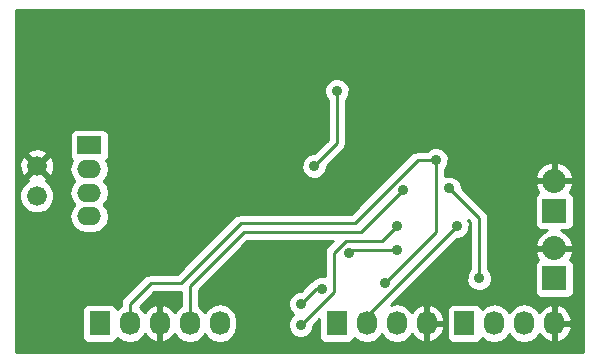
<source format=gbl>
%FSLAX34Y34*%
G04 Gerber Fmt 3.4, Leading zero omitted, Abs format*
G04 (created by PCBNEW (2014-jan-25)-product) date lör  3 maj 2014 21:13:59*
%MOIN*%
G01*
G70*
G90*
G04 APERTURE LIST*
%ADD10C,0.003937*%
%ADD11R,0.080000X0.060000*%
%ADD12O,0.080000X0.060000*%
%ADD13C,0.066000*%
%ADD14R,0.080000X0.080000*%
%ADD15O,0.080000X0.080000*%
%ADD16R,0.068000X0.080000*%
%ADD17O,0.068000X0.080000*%
%ADD18C,0.035000*%
%ADD19C,0.030000*%
%ADD20C,0.010000*%
G04 APERTURE END LIST*
G54D10*
G54D11*
X12750Y-13818D03*
G54D12*
X12750Y-14606D03*
X12750Y-15393D03*
X12750Y-16181D03*
G54D13*
X11000Y-15500D03*
X11000Y-14500D03*
G54D14*
X28250Y-18250D03*
G54D15*
X28250Y-17250D03*
G54D14*
X28250Y-16000D03*
G54D15*
X28250Y-15000D03*
G54D16*
X21000Y-19750D03*
G54D17*
X22000Y-19750D03*
X23000Y-19750D03*
X24000Y-19750D03*
G54D16*
X25250Y-19750D03*
G54D17*
X26250Y-19750D03*
X27250Y-19750D03*
X28250Y-19750D03*
G54D16*
X13100Y-19750D03*
G54D17*
X14100Y-19750D03*
X15100Y-19750D03*
X16100Y-19750D03*
X17100Y-19750D03*
G54D18*
X19600Y-17700D03*
X21400Y-15900D03*
X18100Y-17700D03*
X25750Y-14000D03*
X22250Y-14000D03*
X16750Y-11500D03*
X16750Y-11000D03*
X16000Y-11000D03*
X15500Y-11000D03*
X14750Y-11000D03*
X14750Y-11500D03*
X15500Y-11500D03*
X16000Y-11500D03*
X17000Y-16250D03*
X16500Y-16250D03*
X16000Y-16250D03*
X15500Y-16000D03*
X21000Y-12000D03*
X20250Y-14500D03*
X25000Y-16500D03*
X24300Y-14300D03*
X22600Y-18400D03*
X25750Y-18250D03*
X24750Y-15250D03*
X20500Y-18600D03*
X19800Y-19100D03*
X23200Y-15300D03*
X23000Y-16500D03*
X19800Y-19800D03*
X21400Y-17400D03*
X23000Y-17300D03*
G54D19*
X16750Y-11000D02*
X16750Y-11500D01*
X15500Y-11000D02*
X16000Y-11000D01*
X14750Y-11500D02*
X14750Y-11000D01*
X16000Y-11500D02*
X15500Y-11500D01*
X16500Y-16250D02*
X17000Y-16250D01*
X15750Y-16250D02*
X16000Y-16250D01*
X15500Y-16000D02*
X15750Y-16250D01*
G54D20*
X21000Y-13750D02*
X21000Y-12000D01*
X20250Y-14500D02*
X21000Y-13750D01*
X25000Y-16500D02*
X22000Y-19500D01*
X22000Y-19500D02*
X22000Y-19750D01*
X14100Y-19750D02*
X14100Y-19100D01*
X23700Y-14300D02*
X24300Y-14300D01*
X21600Y-16400D02*
X23700Y-14300D01*
X17800Y-16400D02*
X21600Y-16400D01*
X15800Y-18400D02*
X17800Y-16400D01*
X14800Y-18400D02*
X15800Y-18400D01*
X14100Y-19100D02*
X14800Y-18400D01*
X24300Y-16700D02*
X24300Y-14300D01*
X22600Y-18400D02*
X24300Y-16700D01*
X25750Y-16250D02*
X25750Y-18250D01*
X24750Y-15250D02*
X25750Y-16250D01*
X20300Y-18600D02*
X20500Y-18600D01*
X19800Y-19100D02*
X20300Y-18600D01*
X16100Y-18500D02*
X16100Y-19750D01*
X17900Y-16700D02*
X16100Y-18500D01*
X21800Y-16700D02*
X17900Y-16700D01*
X23200Y-15300D02*
X21800Y-16700D01*
X20500Y-19100D02*
X19800Y-19800D01*
X20900Y-18700D02*
X20500Y-19100D01*
X20900Y-17400D02*
X20900Y-18700D01*
X21300Y-17000D02*
X20900Y-17400D01*
X22500Y-17000D02*
X21300Y-17000D01*
X23000Y-16500D02*
X22500Y-17000D01*
X21400Y-17400D02*
X21500Y-17300D01*
X21500Y-17300D02*
X23000Y-17300D01*
G54D10*
G36*
X29200Y-20700D02*
X28900Y-20700D01*
X28900Y-18699D01*
X28900Y-18600D01*
X28900Y-17800D01*
X28900Y-16449D01*
X28900Y-16350D01*
X28900Y-15550D01*
X28861Y-15458D01*
X28791Y-15388D01*
X28776Y-15381D01*
X28776Y-15381D01*
X28882Y-15150D01*
X28882Y-14849D01*
X28776Y-14618D01*
X28590Y-14446D01*
X28400Y-14367D01*
X28300Y-14414D01*
X28300Y-14950D01*
X28835Y-14950D01*
X28882Y-14849D01*
X28882Y-15150D01*
X28835Y-15050D01*
X28300Y-15050D01*
X28300Y-15057D01*
X28200Y-15057D01*
X28200Y-15050D01*
X28200Y-14950D01*
X28200Y-14414D01*
X28099Y-14367D01*
X27909Y-14446D01*
X27723Y-14618D01*
X27617Y-14849D01*
X27664Y-14950D01*
X28200Y-14950D01*
X28200Y-15050D01*
X27664Y-15050D01*
X27617Y-15150D01*
X27723Y-15381D01*
X27723Y-15381D01*
X27708Y-15388D01*
X27638Y-15458D01*
X27600Y-15550D01*
X27600Y-15649D01*
X27600Y-16449D01*
X27638Y-16541D01*
X27708Y-16611D01*
X27800Y-16650D01*
X27899Y-16650D01*
X28021Y-16650D01*
X27909Y-16696D01*
X27723Y-16868D01*
X27617Y-17099D01*
X27664Y-17200D01*
X28200Y-17200D01*
X28200Y-17192D01*
X28300Y-17192D01*
X28300Y-17200D01*
X28835Y-17200D01*
X28882Y-17099D01*
X28776Y-16868D01*
X28590Y-16696D01*
X28478Y-16650D01*
X28699Y-16650D01*
X28791Y-16611D01*
X28861Y-16541D01*
X28900Y-16449D01*
X28900Y-17800D01*
X28861Y-17708D01*
X28791Y-17638D01*
X28776Y-17631D01*
X28776Y-17631D01*
X28882Y-17400D01*
X28835Y-17300D01*
X28300Y-17300D01*
X28300Y-17307D01*
X28200Y-17307D01*
X28200Y-17300D01*
X27664Y-17300D01*
X27617Y-17400D01*
X27723Y-17631D01*
X27723Y-17631D01*
X27708Y-17638D01*
X27638Y-17708D01*
X27600Y-17800D01*
X27600Y-17899D01*
X27600Y-18699D01*
X27638Y-18791D01*
X27708Y-18861D01*
X27800Y-18900D01*
X27899Y-18900D01*
X28699Y-18900D01*
X28791Y-18861D01*
X28861Y-18791D01*
X28900Y-18699D01*
X28900Y-20700D01*
X28834Y-20700D01*
X28834Y-19892D01*
X28834Y-19607D01*
X28758Y-19390D01*
X28605Y-19218D01*
X28397Y-19118D01*
X28391Y-19117D01*
X28300Y-19164D01*
X28300Y-19700D01*
X28777Y-19700D01*
X28834Y-19607D01*
X28834Y-19892D01*
X28777Y-19800D01*
X28300Y-19800D01*
X28300Y-20335D01*
X28391Y-20382D01*
X28397Y-20381D01*
X28605Y-20281D01*
X28758Y-20109D01*
X28834Y-19892D01*
X28834Y-20700D01*
X28200Y-20700D01*
X28200Y-20335D01*
X28200Y-19800D01*
X28192Y-19800D01*
X28192Y-19700D01*
X28200Y-19700D01*
X28200Y-19164D01*
X28108Y-19117D01*
X28102Y-19118D01*
X27894Y-19218D01*
X27748Y-19381D01*
X27667Y-19260D01*
X27475Y-19132D01*
X27250Y-19087D01*
X27024Y-19132D01*
X26832Y-19260D01*
X26750Y-19384D01*
X26667Y-19260D01*
X26475Y-19132D01*
X26250Y-19087D01*
X26175Y-19102D01*
X26175Y-18165D01*
X26110Y-18009D01*
X26050Y-17948D01*
X26050Y-16250D01*
X26027Y-16135D01*
X25962Y-16037D01*
X25962Y-16037D01*
X25174Y-15250D01*
X25175Y-15165D01*
X25110Y-15009D01*
X24991Y-14889D01*
X24834Y-14825D01*
X24665Y-14824D01*
X24600Y-14852D01*
X24600Y-14601D01*
X24660Y-14541D01*
X24724Y-14384D01*
X24725Y-14215D01*
X24660Y-14059D01*
X24541Y-13939D01*
X24384Y-13875D01*
X24215Y-13874D01*
X24059Y-13939D01*
X23998Y-14000D01*
X23700Y-14000D01*
X23585Y-14022D01*
X23487Y-14087D01*
X21475Y-16100D01*
X21425Y-16100D01*
X21425Y-11915D01*
X21360Y-11759D01*
X21241Y-11639D01*
X21084Y-11575D01*
X20915Y-11574D01*
X20759Y-11639D01*
X20639Y-11758D01*
X20575Y-11915D01*
X20574Y-12084D01*
X20639Y-12240D01*
X20700Y-12301D01*
X20700Y-13625D01*
X20250Y-14075D01*
X20165Y-14074D01*
X20009Y-14139D01*
X19889Y-14258D01*
X19825Y-14415D01*
X19824Y-14584D01*
X19889Y-14740D01*
X20008Y-14860D01*
X20165Y-14924D01*
X20334Y-14925D01*
X20490Y-14860D01*
X20610Y-14741D01*
X20674Y-14584D01*
X20675Y-14499D01*
X21212Y-13962D01*
X21277Y-13864D01*
X21277Y-13864D01*
X21300Y-13750D01*
X21300Y-12301D01*
X21360Y-12241D01*
X21424Y-12084D01*
X21425Y-11915D01*
X21425Y-16100D01*
X17800Y-16100D01*
X17685Y-16122D01*
X17587Y-16187D01*
X15675Y-18100D01*
X14800Y-18100D01*
X14685Y-18122D01*
X14646Y-18148D01*
X14587Y-18187D01*
X13887Y-18887D01*
X13822Y-18985D01*
X13800Y-19100D01*
X13800Y-19181D01*
X13682Y-19260D01*
X13676Y-19268D01*
X13651Y-19208D01*
X13581Y-19138D01*
X13489Y-19100D01*
X13412Y-19100D01*
X13412Y-16181D01*
X13370Y-15970D01*
X13251Y-15792D01*
X13244Y-15787D01*
X13251Y-15782D01*
X13370Y-15604D01*
X13412Y-15393D01*
X13370Y-15183D01*
X13251Y-15004D01*
X13244Y-15000D01*
X13251Y-14995D01*
X13370Y-14816D01*
X13412Y-14606D01*
X13370Y-14395D01*
X13313Y-14309D01*
X13361Y-14260D01*
X13400Y-14168D01*
X13400Y-14069D01*
X13400Y-13469D01*
X13361Y-13377D01*
X13291Y-13306D01*
X13199Y-13268D01*
X13100Y-13268D01*
X12300Y-13268D01*
X12208Y-13306D01*
X12138Y-13377D01*
X12100Y-13469D01*
X12100Y-13568D01*
X12100Y-14168D01*
X12138Y-14260D01*
X12186Y-14309D01*
X12129Y-14395D01*
X12087Y-14606D01*
X12129Y-14816D01*
X12248Y-14995D01*
X12255Y-15000D01*
X12248Y-15004D01*
X12129Y-15183D01*
X12087Y-15393D01*
X12129Y-15604D01*
X12248Y-15782D01*
X12255Y-15787D01*
X12248Y-15792D01*
X12129Y-15970D01*
X12087Y-16181D01*
X12129Y-16391D01*
X12248Y-16570D01*
X12426Y-16689D01*
X12637Y-16731D01*
X12862Y-16731D01*
X13073Y-16689D01*
X13251Y-16570D01*
X13370Y-16391D01*
X13412Y-16181D01*
X13412Y-19100D01*
X13390Y-19100D01*
X12710Y-19100D01*
X12618Y-19138D01*
X12548Y-19208D01*
X12510Y-19300D01*
X12510Y-19399D01*
X12510Y-20199D01*
X12548Y-20291D01*
X12618Y-20361D01*
X12710Y-20400D01*
X12809Y-20400D01*
X13489Y-20400D01*
X13581Y-20361D01*
X13651Y-20291D01*
X13676Y-20231D01*
X13682Y-20239D01*
X13874Y-20367D01*
X14100Y-20412D01*
X14325Y-20367D01*
X14517Y-20239D01*
X14598Y-20118D01*
X14744Y-20281D01*
X14952Y-20381D01*
X14958Y-20382D01*
X15050Y-20335D01*
X15050Y-19800D01*
X15042Y-19800D01*
X15042Y-19700D01*
X15050Y-19700D01*
X15050Y-19164D01*
X14958Y-19117D01*
X14952Y-19118D01*
X14744Y-19218D01*
X14598Y-19381D01*
X14517Y-19260D01*
X14425Y-19198D01*
X14924Y-18700D01*
X15800Y-18700D01*
X15800Y-19181D01*
X15682Y-19260D01*
X15601Y-19381D01*
X15455Y-19218D01*
X15247Y-19118D01*
X15241Y-19117D01*
X15150Y-19164D01*
X15150Y-19700D01*
X15157Y-19700D01*
X15157Y-19800D01*
X15150Y-19800D01*
X15150Y-20335D01*
X15241Y-20382D01*
X15247Y-20381D01*
X15455Y-20281D01*
X15601Y-20118D01*
X15682Y-20239D01*
X15874Y-20367D01*
X16100Y-20412D01*
X16325Y-20367D01*
X16517Y-20239D01*
X16600Y-20115D01*
X16682Y-20239D01*
X16874Y-20367D01*
X17100Y-20412D01*
X17325Y-20367D01*
X17517Y-20239D01*
X17645Y-20048D01*
X17690Y-19822D01*
X17690Y-19677D01*
X17645Y-19451D01*
X17517Y-19260D01*
X17325Y-19132D01*
X17100Y-19087D01*
X16874Y-19132D01*
X16682Y-19260D01*
X16600Y-19384D01*
X16517Y-19260D01*
X16400Y-19181D01*
X16400Y-18624D01*
X18024Y-17000D01*
X20875Y-17000D01*
X20687Y-17187D01*
X20622Y-17285D01*
X20600Y-17400D01*
X20600Y-18181D01*
X20584Y-18175D01*
X20415Y-18174D01*
X20259Y-18239D01*
X20157Y-18341D01*
X20157Y-18341D01*
X20087Y-18387D01*
X19800Y-18675D01*
X19715Y-18674D01*
X19559Y-18739D01*
X19439Y-18858D01*
X19375Y-19015D01*
X19374Y-19184D01*
X19439Y-19340D01*
X19548Y-19450D01*
X19439Y-19558D01*
X19375Y-19715D01*
X19374Y-19884D01*
X19439Y-20040D01*
X19558Y-20160D01*
X19715Y-20224D01*
X19884Y-20225D01*
X20040Y-20160D01*
X20160Y-20041D01*
X20224Y-19884D01*
X20225Y-19799D01*
X20410Y-19614D01*
X20410Y-20199D01*
X20448Y-20291D01*
X20518Y-20361D01*
X20610Y-20400D01*
X20709Y-20400D01*
X21389Y-20400D01*
X21481Y-20361D01*
X21551Y-20291D01*
X21576Y-20231D01*
X21582Y-20239D01*
X21774Y-20367D01*
X22000Y-20412D01*
X22225Y-20367D01*
X22417Y-20239D01*
X22500Y-20115D01*
X22582Y-20239D01*
X22774Y-20367D01*
X23000Y-20412D01*
X23225Y-20367D01*
X23417Y-20239D01*
X23498Y-20118D01*
X23644Y-20281D01*
X23852Y-20381D01*
X23858Y-20382D01*
X23950Y-20335D01*
X23950Y-19800D01*
X23942Y-19800D01*
X23942Y-19700D01*
X23950Y-19700D01*
X23950Y-19164D01*
X23858Y-19117D01*
X23852Y-19118D01*
X23644Y-19218D01*
X23498Y-19381D01*
X23417Y-19260D01*
X23225Y-19132D01*
X23000Y-19087D01*
X22796Y-19127D01*
X24999Y-16924D01*
X25084Y-16925D01*
X25240Y-16860D01*
X25360Y-16741D01*
X25424Y-16584D01*
X25425Y-16415D01*
X25378Y-16302D01*
X25450Y-16374D01*
X25450Y-17948D01*
X25389Y-18008D01*
X25325Y-18165D01*
X25324Y-18334D01*
X25389Y-18490D01*
X25508Y-18610D01*
X25665Y-18674D01*
X25834Y-18675D01*
X25990Y-18610D01*
X26110Y-18491D01*
X26174Y-18334D01*
X26175Y-18165D01*
X26175Y-19102D01*
X26024Y-19132D01*
X25832Y-19260D01*
X25826Y-19268D01*
X25801Y-19208D01*
X25731Y-19138D01*
X25639Y-19100D01*
X25540Y-19100D01*
X24860Y-19100D01*
X24768Y-19138D01*
X24698Y-19208D01*
X24660Y-19300D01*
X24660Y-19399D01*
X24660Y-20199D01*
X24698Y-20291D01*
X24768Y-20361D01*
X24860Y-20400D01*
X24959Y-20400D01*
X25639Y-20400D01*
X25731Y-20361D01*
X25801Y-20291D01*
X25826Y-20231D01*
X25832Y-20239D01*
X26024Y-20367D01*
X26250Y-20412D01*
X26475Y-20367D01*
X26667Y-20239D01*
X26750Y-20115D01*
X26832Y-20239D01*
X27024Y-20367D01*
X27250Y-20412D01*
X27475Y-20367D01*
X27667Y-20239D01*
X27748Y-20118D01*
X27894Y-20281D01*
X28102Y-20381D01*
X28108Y-20382D01*
X28200Y-20335D01*
X28200Y-20700D01*
X24584Y-20700D01*
X24584Y-19892D01*
X24584Y-19607D01*
X24508Y-19390D01*
X24355Y-19218D01*
X24147Y-19118D01*
X24141Y-19117D01*
X24050Y-19164D01*
X24050Y-19700D01*
X24527Y-19700D01*
X24584Y-19607D01*
X24584Y-19892D01*
X24527Y-19800D01*
X24050Y-19800D01*
X24050Y-20335D01*
X24141Y-20382D01*
X24147Y-20381D01*
X24355Y-20281D01*
X24508Y-20109D01*
X24584Y-19892D01*
X24584Y-20700D01*
X11584Y-20700D01*
X11584Y-14588D01*
X11574Y-14358D01*
X11506Y-14194D01*
X11407Y-14163D01*
X11336Y-14233D01*
X11336Y-14092D01*
X11305Y-13993D01*
X11088Y-13915D01*
X10858Y-13925D01*
X10694Y-13993D01*
X10663Y-14092D01*
X11000Y-14429D01*
X11336Y-14092D01*
X11336Y-14233D01*
X11070Y-14500D01*
X11407Y-14836D01*
X11506Y-14805D01*
X11584Y-14588D01*
X11584Y-20700D01*
X11580Y-20700D01*
X11580Y-15385D01*
X11491Y-15171D01*
X11328Y-15008D01*
X11307Y-14999D01*
X11336Y-14907D01*
X11000Y-14570D01*
X10929Y-14641D01*
X10929Y-14500D01*
X10592Y-14163D01*
X10493Y-14194D01*
X10415Y-14411D01*
X10425Y-14641D01*
X10493Y-14805D01*
X10592Y-14836D01*
X10929Y-14500D01*
X10929Y-14641D01*
X10663Y-14907D01*
X10692Y-14999D01*
X10671Y-15008D01*
X10508Y-15171D01*
X10420Y-15384D01*
X10419Y-15614D01*
X10508Y-15828D01*
X10671Y-15991D01*
X10884Y-16079D01*
X11114Y-16080D01*
X11328Y-15991D01*
X11491Y-15828D01*
X11579Y-15615D01*
X11580Y-15385D01*
X11580Y-20700D01*
X10300Y-20700D01*
X10300Y-9300D01*
X29200Y-9300D01*
X29200Y-20700D01*
X29200Y-20700D01*
G37*
G54D20*
X29200Y-20700D02*
X28900Y-20700D01*
X28900Y-18699D01*
X28900Y-18600D01*
X28900Y-17800D01*
X28900Y-16449D01*
X28900Y-16350D01*
X28900Y-15550D01*
X28861Y-15458D01*
X28791Y-15388D01*
X28776Y-15381D01*
X28776Y-15381D01*
X28882Y-15150D01*
X28882Y-14849D01*
X28776Y-14618D01*
X28590Y-14446D01*
X28400Y-14367D01*
X28300Y-14414D01*
X28300Y-14950D01*
X28835Y-14950D01*
X28882Y-14849D01*
X28882Y-15150D01*
X28835Y-15050D01*
X28300Y-15050D01*
X28300Y-15057D01*
X28200Y-15057D01*
X28200Y-15050D01*
X28200Y-14950D01*
X28200Y-14414D01*
X28099Y-14367D01*
X27909Y-14446D01*
X27723Y-14618D01*
X27617Y-14849D01*
X27664Y-14950D01*
X28200Y-14950D01*
X28200Y-15050D01*
X27664Y-15050D01*
X27617Y-15150D01*
X27723Y-15381D01*
X27723Y-15381D01*
X27708Y-15388D01*
X27638Y-15458D01*
X27600Y-15550D01*
X27600Y-15649D01*
X27600Y-16449D01*
X27638Y-16541D01*
X27708Y-16611D01*
X27800Y-16650D01*
X27899Y-16650D01*
X28021Y-16650D01*
X27909Y-16696D01*
X27723Y-16868D01*
X27617Y-17099D01*
X27664Y-17200D01*
X28200Y-17200D01*
X28200Y-17192D01*
X28300Y-17192D01*
X28300Y-17200D01*
X28835Y-17200D01*
X28882Y-17099D01*
X28776Y-16868D01*
X28590Y-16696D01*
X28478Y-16650D01*
X28699Y-16650D01*
X28791Y-16611D01*
X28861Y-16541D01*
X28900Y-16449D01*
X28900Y-17800D01*
X28861Y-17708D01*
X28791Y-17638D01*
X28776Y-17631D01*
X28776Y-17631D01*
X28882Y-17400D01*
X28835Y-17300D01*
X28300Y-17300D01*
X28300Y-17307D01*
X28200Y-17307D01*
X28200Y-17300D01*
X27664Y-17300D01*
X27617Y-17400D01*
X27723Y-17631D01*
X27723Y-17631D01*
X27708Y-17638D01*
X27638Y-17708D01*
X27600Y-17800D01*
X27600Y-17899D01*
X27600Y-18699D01*
X27638Y-18791D01*
X27708Y-18861D01*
X27800Y-18900D01*
X27899Y-18900D01*
X28699Y-18900D01*
X28791Y-18861D01*
X28861Y-18791D01*
X28900Y-18699D01*
X28900Y-20700D01*
X28834Y-20700D01*
X28834Y-19892D01*
X28834Y-19607D01*
X28758Y-19390D01*
X28605Y-19218D01*
X28397Y-19118D01*
X28391Y-19117D01*
X28300Y-19164D01*
X28300Y-19700D01*
X28777Y-19700D01*
X28834Y-19607D01*
X28834Y-19892D01*
X28777Y-19800D01*
X28300Y-19800D01*
X28300Y-20335D01*
X28391Y-20382D01*
X28397Y-20381D01*
X28605Y-20281D01*
X28758Y-20109D01*
X28834Y-19892D01*
X28834Y-20700D01*
X28200Y-20700D01*
X28200Y-20335D01*
X28200Y-19800D01*
X28192Y-19800D01*
X28192Y-19700D01*
X28200Y-19700D01*
X28200Y-19164D01*
X28108Y-19117D01*
X28102Y-19118D01*
X27894Y-19218D01*
X27748Y-19381D01*
X27667Y-19260D01*
X27475Y-19132D01*
X27250Y-19087D01*
X27024Y-19132D01*
X26832Y-19260D01*
X26750Y-19384D01*
X26667Y-19260D01*
X26475Y-19132D01*
X26250Y-19087D01*
X26175Y-19102D01*
X26175Y-18165D01*
X26110Y-18009D01*
X26050Y-17948D01*
X26050Y-16250D01*
X26027Y-16135D01*
X25962Y-16037D01*
X25962Y-16037D01*
X25174Y-15250D01*
X25175Y-15165D01*
X25110Y-15009D01*
X24991Y-14889D01*
X24834Y-14825D01*
X24665Y-14824D01*
X24600Y-14852D01*
X24600Y-14601D01*
X24660Y-14541D01*
X24724Y-14384D01*
X24725Y-14215D01*
X24660Y-14059D01*
X24541Y-13939D01*
X24384Y-13875D01*
X24215Y-13874D01*
X24059Y-13939D01*
X23998Y-14000D01*
X23700Y-14000D01*
X23585Y-14022D01*
X23487Y-14087D01*
X21475Y-16100D01*
X21425Y-16100D01*
X21425Y-11915D01*
X21360Y-11759D01*
X21241Y-11639D01*
X21084Y-11575D01*
X20915Y-11574D01*
X20759Y-11639D01*
X20639Y-11758D01*
X20575Y-11915D01*
X20574Y-12084D01*
X20639Y-12240D01*
X20700Y-12301D01*
X20700Y-13625D01*
X20250Y-14075D01*
X20165Y-14074D01*
X20009Y-14139D01*
X19889Y-14258D01*
X19825Y-14415D01*
X19824Y-14584D01*
X19889Y-14740D01*
X20008Y-14860D01*
X20165Y-14924D01*
X20334Y-14925D01*
X20490Y-14860D01*
X20610Y-14741D01*
X20674Y-14584D01*
X20675Y-14499D01*
X21212Y-13962D01*
X21277Y-13864D01*
X21277Y-13864D01*
X21300Y-13750D01*
X21300Y-12301D01*
X21360Y-12241D01*
X21424Y-12084D01*
X21425Y-11915D01*
X21425Y-16100D01*
X17800Y-16100D01*
X17685Y-16122D01*
X17587Y-16187D01*
X15675Y-18100D01*
X14800Y-18100D01*
X14685Y-18122D01*
X14646Y-18148D01*
X14587Y-18187D01*
X13887Y-18887D01*
X13822Y-18985D01*
X13800Y-19100D01*
X13800Y-19181D01*
X13682Y-19260D01*
X13676Y-19268D01*
X13651Y-19208D01*
X13581Y-19138D01*
X13489Y-19100D01*
X13412Y-19100D01*
X13412Y-16181D01*
X13370Y-15970D01*
X13251Y-15792D01*
X13244Y-15787D01*
X13251Y-15782D01*
X13370Y-15604D01*
X13412Y-15393D01*
X13370Y-15183D01*
X13251Y-15004D01*
X13244Y-15000D01*
X13251Y-14995D01*
X13370Y-14816D01*
X13412Y-14606D01*
X13370Y-14395D01*
X13313Y-14309D01*
X13361Y-14260D01*
X13400Y-14168D01*
X13400Y-14069D01*
X13400Y-13469D01*
X13361Y-13377D01*
X13291Y-13306D01*
X13199Y-13268D01*
X13100Y-13268D01*
X12300Y-13268D01*
X12208Y-13306D01*
X12138Y-13377D01*
X12100Y-13469D01*
X12100Y-13568D01*
X12100Y-14168D01*
X12138Y-14260D01*
X12186Y-14309D01*
X12129Y-14395D01*
X12087Y-14606D01*
X12129Y-14816D01*
X12248Y-14995D01*
X12255Y-15000D01*
X12248Y-15004D01*
X12129Y-15183D01*
X12087Y-15393D01*
X12129Y-15604D01*
X12248Y-15782D01*
X12255Y-15787D01*
X12248Y-15792D01*
X12129Y-15970D01*
X12087Y-16181D01*
X12129Y-16391D01*
X12248Y-16570D01*
X12426Y-16689D01*
X12637Y-16731D01*
X12862Y-16731D01*
X13073Y-16689D01*
X13251Y-16570D01*
X13370Y-16391D01*
X13412Y-16181D01*
X13412Y-19100D01*
X13390Y-19100D01*
X12710Y-19100D01*
X12618Y-19138D01*
X12548Y-19208D01*
X12510Y-19300D01*
X12510Y-19399D01*
X12510Y-20199D01*
X12548Y-20291D01*
X12618Y-20361D01*
X12710Y-20400D01*
X12809Y-20400D01*
X13489Y-20400D01*
X13581Y-20361D01*
X13651Y-20291D01*
X13676Y-20231D01*
X13682Y-20239D01*
X13874Y-20367D01*
X14100Y-20412D01*
X14325Y-20367D01*
X14517Y-20239D01*
X14598Y-20118D01*
X14744Y-20281D01*
X14952Y-20381D01*
X14958Y-20382D01*
X15050Y-20335D01*
X15050Y-19800D01*
X15042Y-19800D01*
X15042Y-19700D01*
X15050Y-19700D01*
X15050Y-19164D01*
X14958Y-19117D01*
X14952Y-19118D01*
X14744Y-19218D01*
X14598Y-19381D01*
X14517Y-19260D01*
X14425Y-19198D01*
X14924Y-18700D01*
X15800Y-18700D01*
X15800Y-19181D01*
X15682Y-19260D01*
X15601Y-19381D01*
X15455Y-19218D01*
X15247Y-19118D01*
X15241Y-19117D01*
X15150Y-19164D01*
X15150Y-19700D01*
X15157Y-19700D01*
X15157Y-19800D01*
X15150Y-19800D01*
X15150Y-20335D01*
X15241Y-20382D01*
X15247Y-20381D01*
X15455Y-20281D01*
X15601Y-20118D01*
X15682Y-20239D01*
X15874Y-20367D01*
X16100Y-20412D01*
X16325Y-20367D01*
X16517Y-20239D01*
X16600Y-20115D01*
X16682Y-20239D01*
X16874Y-20367D01*
X17100Y-20412D01*
X17325Y-20367D01*
X17517Y-20239D01*
X17645Y-20048D01*
X17690Y-19822D01*
X17690Y-19677D01*
X17645Y-19451D01*
X17517Y-19260D01*
X17325Y-19132D01*
X17100Y-19087D01*
X16874Y-19132D01*
X16682Y-19260D01*
X16600Y-19384D01*
X16517Y-19260D01*
X16400Y-19181D01*
X16400Y-18624D01*
X18024Y-17000D01*
X20875Y-17000D01*
X20687Y-17187D01*
X20622Y-17285D01*
X20600Y-17400D01*
X20600Y-18181D01*
X20584Y-18175D01*
X20415Y-18174D01*
X20259Y-18239D01*
X20157Y-18341D01*
X20157Y-18341D01*
X20087Y-18387D01*
X19800Y-18675D01*
X19715Y-18674D01*
X19559Y-18739D01*
X19439Y-18858D01*
X19375Y-19015D01*
X19374Y-19184D01*
X19439Y-19340D01*
X19548Y-19450D01*
X19439Y-19558D01*
X19375Y-19715D01*
X19374Y-19884D01*
X19439Y-20040D01*
X19558Y-20160D01*
X19715Y-20224D01*
X19884Y-20225D01*
X20040Y-20160D01*
X20160Y-20041D01*
X20224Y-19884D01*
X20225Y-19799D01*
X20410Y-19614D01*
X20410Y-20199D01*
X20448Y-20291D01*
X20518Y-20361D01*
X20610Y-20400D01*
X20709Y-20400D01*
X21389Y-20400D01*
X21481Y-20361D01*
X21551Y-20291D01*
X21576Y-20231D01*
X21582Y-20239D01*
X21774Y-20367D01*
X22000Y-20412D01*
X22225Y-20367D01*
X22417Y-20239D01*
X22500Y-20115D01*
X22582Y-20239D01*
X22774Y-20367D01*
X23000Y-20412D01*
X23225Y-20367D01*
X23417Y-20239D01*
X23498Y-20118D01*
X23644Y-20281D01*
X23852Y-20381D01*
X23858Y-20382D01*
X23950Y-20335D01*
X23950Y-19800D01*
X23942Y-19800D01*
X23942Y-19700D01*
X23950Y-19700D01*
X23950Y-19164D01*
X23858Y-19117D01*
X23852Y-19118D01*
X23644Y-19218D01*
X23498Y-19381D01*
X23417Y-19260D01*
X23225Y-19132D01*
X23000Y-19087D01*
X22796Y-19127D01*
X24999Y-16924D01*
X25084Y-16925D01*
X25240Y-16860D01*
X25360Y-16741D01*
X25424Y-16584D01*
X25425Y-16415D01*
X25378Y-16302D01*
X25450Y-16374D01*
X25450Y-17948D01*
X25389Y-18008D01*
X25325Y-18165D01*
X25324Y-18334D01*
X25389Y-18490D01*
X25508Y-18610D01*
X25665Y-18674D01*
X25834Y-18675D01*
X25990Y-18610D01*
X26110Y-18491D01*
X26174Y-18334D01*
X26175Y-18165D01*
X26175Y-19102D01*
X26024Y-19132D01*
X25832Y-19260D01*
X25826Y-19268D01*
X25801Y-19208D01*
X25731Y-19138D01*
X25639Y-19100D01*
X25540Y-19100D01*
X24860Y-19100D01*
X24768Y-19138D01*
X24698Y-19208D01*
X24660Y-19300D01*
X24660Y-19399D01*
X24660Y-20199D01*
X24698Y-20291D01*
X24768Y-20361D01*
X24860Y-20400D01*
X24959Y-20400D01*
X25639Y-20400D01*
X25731Y-20361D01*
X25801Y-20291D01*
X25826Y-20231D01*
X25832Y-20239D01*
X26024Y-20367D01*
X26250Y-20412D01*
X26475Y-20367D01*
X26667Y-20239D01*
X26750Y-20115D01*
X26832Y-20239D01*
X27024Y-20367D01*
X27250Y-20412D01*
X27475Y-20367D01*
X27667Y-20239D01*
X27748Y-20118D01*
X27894Y-20281D01*
X28102Y-20381D01*
X28108Y-20382D01*
X28200Y-20335D01*
X28200Y-20700D01*
X24584Y-20700D01*
X24584Y-19892D01*
X24584Y-19607D01*
X24508Y-19390D01*
X24355Y-19218D01*
X24147Y-19118D01*
X24141Y-19117D01*
X24050Y-19164D01*
X24050Y-19700D01*
X24527Y-19700D01*
X24584Y-19607D01*
X24584Y-19892D01*
X24527Y-19800D01*
X24050Y-19800D01*
X24050Y-20335D01*
X24141Y-20382D01*
X24147Y-20381D01*
X24355Y-20281D01*
X24508Y-20109D01*
X24584Y-19892D01*
X24584Y-20700D01*
X11584Y-20700D01*
X11584Y-14588D01*
X11574Y-14358D01*
X11506Y-14194D01*
X11407Y-14163D01*
X11336Y-14233D01*
X11336Y-14092D01*
X11305Y-13993D01*
X11088Y-13915D01*
X10858Y-13925D01*
X10694Y-13993D01*
X10663Y-14092D01*
X11000Y-14429D01*
X11336Y-14092D01*
X11336Y-14233D01*
X11070Y-14500D01*
X11407Y-14836D01*
X11506Y-14805D01*
X11584Y-14588D01*
X11584Y-20700D01*
X11580Y-20700D01*
X11580Y-15385D01*
X11491Y-15171D01*
X11328Y-15008D01*
X11307Y-14999D01*
X11336Y-14907D01*
X11000Y-14570D01*
X10929Y-14641D01*
X10929Y-14500D01*
X10592Y-14163D01*
X10493Y-14194D01*
X10415Y-14411D01*
X10425Y-14641D01*
X10493Y-14805D01*
X10592Y-14836D01*
X10929Y-14500D01*
X10929Y-14641D01*
X10663Y-14907D01*
X10692Y-14999D01*
X10671Y-15008D01*
X10508Y-15171D01*
X10420Y-15384D01*
X10419Y-15614D01*
X10508Y-15828D01*
X10671Y-15991D01*
X10884Y-16079D01*
X11114Y-16080D01*
X11328Y-15991D01*
X11491Y-15828D01*
X11579Y-15615D01*
X11580Y-15385D01*
X11580Y-20700D01*
X10300Y-20700D01*
X10300Y-9300D01*
X29200Y-9300D01*
X29200Y-20700D01*
M02*

</source>
